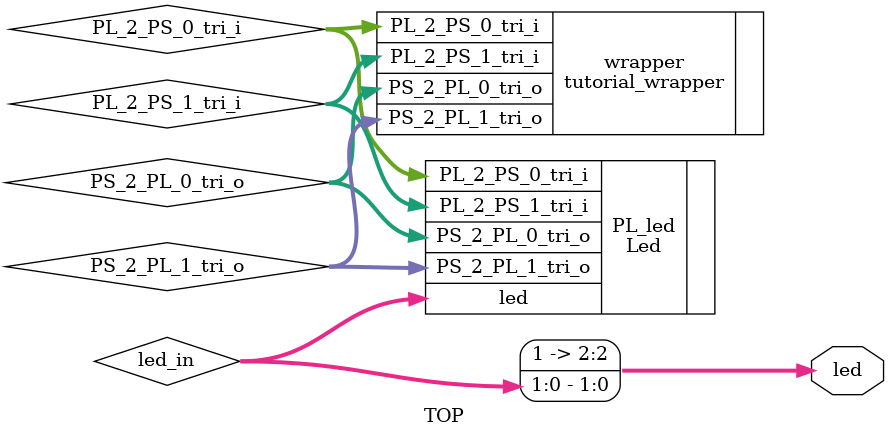
<source format=v>


module TOP(
    //input wire clk, resetn,

    output reg [2:0] led
    );

    wire [31:0]PL_2_PS_0_tri_i;
    wire [31:0]PL_2_PS_1_tri_i;
    wire [31:0]PS_2_PL_0_tri_o;
    wire [31:0]PS_2_PL_1_tri_o;

    wire [1:0] led_in;

    tutorial_wrapper wrapper(
        .PL_2_PS_0_tri_i(PL_2_PS_0_tri_i),
        .PL_2_PS_1_tri_i(PL_2_PS_1_tri_i),
        .PS_2_PL_0_tri_o(PS_2_PL_0_tri_o),
        .PS_2_PL_1_tri_o(PS_2_PL_1_tri_o)
    );

    Led PL_led(
        .PL_2_PS_0_tri_i(PL_2_PS_0_tri_i),
        .PL_2_PS_1_tri_i(PL_2_PS_1_tri_i),
        .PS_2_PL_0_tri_o(PS_2_PL_0_tri_o),
        .PS_2_PL_1_tri_o(PS_2_PL_1_tri_o),
        .led(led_in)
    );


    always @ (*)begin
        led[2] <= 1'b1;
        led[1:0] <= led_in;
    end

endmodule

</source>
